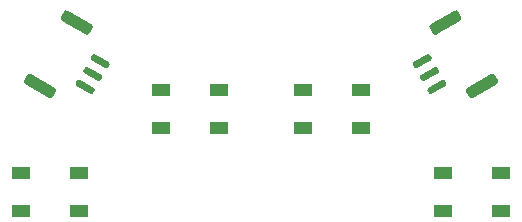
<source format=gbr>
%TF.GenerationSoftware,KiCad,Pcbnew,(5.1.6)-1*%
%TF.CreationDate,2020-11-09T21:27:46-05:00*%
%TF.ProjectId,LIghtBoard,4c496768-7442-46f6-9172-642e6b696361,rev?*%
%TF.SameCoordinates,Original*%
%TF.FileFunction,Paste,Top*%
%TF.FilePolarity,Positive*%
%FSLAX46Y46*%
G04 Gerber Fmt 4.6, Leading zero omitted, Abs format (unit mm)*
G04 Created by KiCad (PCBNEW (5.1.6)-1) date 2020-11-09 21:27:46*
%MOMM*%
%LPD*%
G01*
G04 APERTURE LIST*
%ADD10R,1.500000X1.000000*%
G04 APERTURE END LIST*
D10*
%TO.C,D4*%
X152200000Y-106700000D03*
X152200000Y-103500000D03*
X147300000Y-106700000D03*
X147300000Y-103500000D03*
%TD*%
%TO.C,D3*%
X140350000Y-99700000D03*
X140350000Y-96500000D03*
X135450000Y-99700000D03*
X135450000Y-96500000D03*
%TD*%
%TO.C,D2*%
X128350000Y-99700000D03*
X128350000Y-96500000D03*
X123450000Y-99700000D03*
X123450000Y-96500000D03*
%TD*%
%TO.C,J2*%
G36*
G01*
X149366507Y-96276666D02*
X151358365Y-95126667D01*
G75*
G02*
X151699871Y-95218173I125000J-216506D01*
G01*
X151949871Y-95651185D01*
G75*
G02*
X151858365Y-95992691I-216506J-125000D01*
G01*
X149866507Y-97142691D01*
G75*
G02*
X149525001Y-97051185I-125000J216506D01*
G01*
X149275001Y-96618173D01*
G75*
G02*
X149366507Y-96276667I216506J125000D01*
G01*
G37*
G36*
G01*
X146266507Y-90907308D02*
X148258365Y-89757309D01*
G75*
G02*
X148599871Y-89848815I125000J-216506D01*
G01*
X148849871Y-90281827D01*
G75*
G02*
X148758365Y-90623333I-216506J-125000D01*
G01*
X146766507Y-91773333D01*
G75*
G02*
X146425001Y-91681827I-125000J216506D01*
G01*
X146175001Y-91248815D01*
G75*
G02*
X146266507Y-90907309I216506J125000D01*
G01*
G37*
G36*
G01*
X146030032Y-96297724D02*
X147242468Y-95597724D01*
G75*
G02*
X147447372Y-95652628I75000J-129904D01*
G01*
X147597372Y-95912436D01*
G75*
G02*
X147542468Y-96117340I-129904J-75000D01*
G01*
X146330032Y-96817340D01*
G75*
G02*
X146125128Y-96762436I-75000J129904D01*
G01*
X145975128Y-96502628D01*
G75*
G02*
X146030032Y-96297724I129904J75000D01*
G01*
G37*
G36*
G01*
X145405032Y-95215192D02*
X146617468Y-94515192D01*
G75*
G02*
X146822372Y-94570096I75000J-129904D01*
G01*
X146972372Y-94829904D01*
G75*
G02*
X146917468Y-95034808I-129904J-75000D01*
G01*
X145705032Y-95734808D01*
G75*
G02*
X145500128Y-95679904I-75000J129904D01*
G01*
X145350128Y-95420096D01*
G75*
G02*
X145405032Y-95215192I129904J75000D01*
G01*
G37*
G36*
G01*
X144780032Y-94132660D02*
X145992468Y-93432660D01*
G75*
G02*
X146197372Y-93487564I75000J-129904D01*
G01*
X146347372Y-93747372D01*
G75*
G02*
X146292468Y-93952276I-129904J-75000D01*
G01*
X145080032Y-94652276D01*
G75*
G02*
X144875128Y-94597372I-75000J129904D01*
G01*
X144725128Y-94337564D01*
G75*
G02*
X144780032Y-94132660I129904J75000D01*
G01*
G37*
%TD*%
%TO.C,J1*%
G36*
G01*
X117033493Y-91773334D02*
X115041635Y-90623333D01*
G75*
G02*
X114950129Y-90281827I125000J216506D01*
G01*
X115200129Y-89848815D01*
G75*
G02*
X115541635Y-89757309I216506J-125000D01*
G01*
X117533493Y-90907309D01*
G75*
G02*
X117624999Y-91248815I-125000J-216506D01*
G01*
X117374999Y-91681827D01*
G75*
G02*
X117033493Y-91773333I-216506J125000D01*
G01*
G37*
G36*
G01*
X113933493Y-97142692D02*
X111941635Y-95992691D01*
G75*
G02*
X111850129Y-95651185I125000J216506D01*
G01*
X112100129Y-95218173D01*
G75*
G02*
X112441635Y-95126667I216506J-125000D01*
G01*
X114433493Y-96276667D01*
G75*
G02*
X114524999Y-96618173I-125000J-216506D01*
G01*
X114274999Y-97051185D01*
G75*
G02*
X113933493Y-97142691I-216506J125000D01*
G01*
G37*
G36*
G01*
X118719968Y-94652276D02*
X117507532Y-93952276D01*
G75*
G02*
X117452628Y-93747372I75000J129904D01*
G01*
X117602628Y-93487564D01*
G75*
G02*
X117807532Y-93432660I129904J-75000D01*
G01*
X119019968Y-94132660D01*
G75*
G02*
X119074872Y-94337564I-75000J-129904D01*
G01*
X118924872Y-94597372D01*
G75*
G02*
X118719968Y-94652276I-129904J75000D01*
G01*
G37*
G36*
G01*
X118094968Y-95734808D02*
X116882532Y-95034808D01*
G75*
G02*
X116827628Y-94829904I75000J129904D01*
G01*
X116977628Y-94570096D01*
G75*
G02*
X117182532Y-94515192I129904J-75000D01*
G01*
X118394968Y-95215192D01*
G75*
G02*
X118449872Y-95420096I-75000J-129904D01*
G01*
X118299872Y-95679904D01*
G75*
G02*
X118094968Y-95734808I-129904J75000D01*
G01*
G37*
G36*
G01*
X117469968Y-96817340D02*
X116257532Y-96117340D01*
G75*
G02*
X116202628Y-95912436I75000J129904D01*
G01*
X116352628Y-95652628D01*
G75*
G02*
X116557532Y-95597724I129904J-75000D01*
G01*
X117769968Y-96297724D01*
G75*
G02*
X117824872Y-96502628I-75000J-129904D01*
G01*
X117674872Y-96762436D01*
G75*
G02*
X117469968Y-96817340I-129904J75000D01*
G01*
G37*
%TD*%
%TO.C,D1*%
X111600000Y-103500000D03*
X111600000Y-106700000D03*
X116500000Y-103500000D03*
X116500000Y-106700000D03*
%TD*%
M02*

</source>
